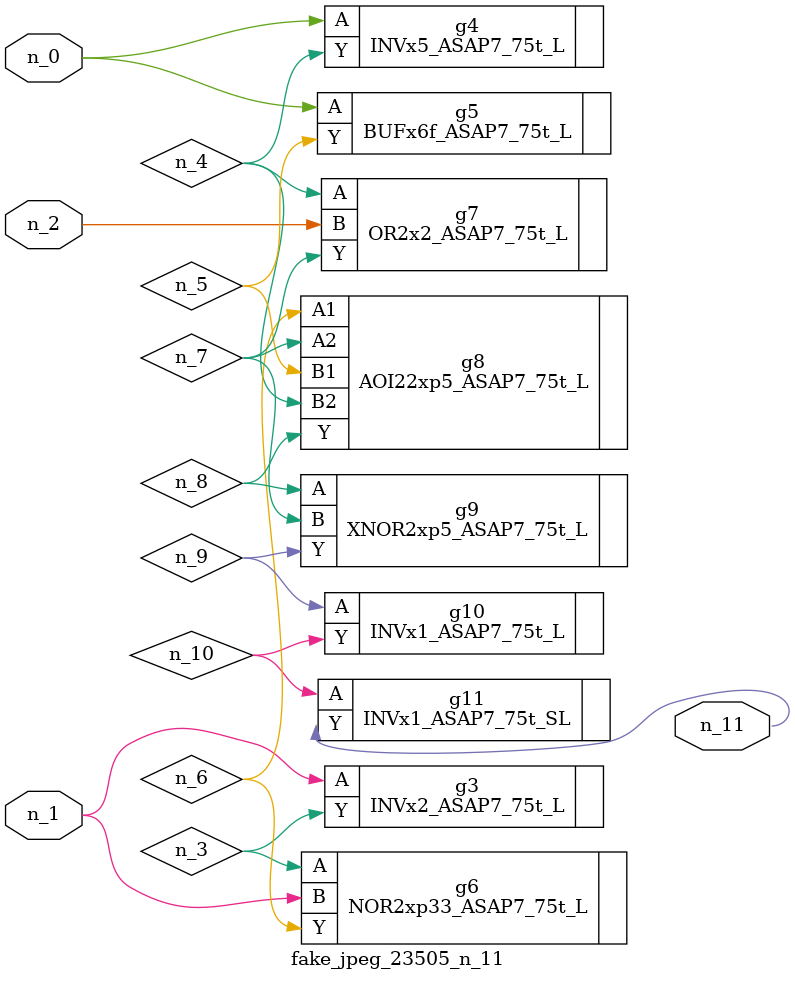
<source format=v>
module fake_jpeg_23505_n_11 (n_0, n_2, n_1, n_11);

input n_0;
input n_2;
input n_1;

output n_11;

wire n_3;
wire n_10;
wire n_4;
wire n_8;
wire n_9;
wire n_6;
wire n_5;
wire n_7;

INVx2_ASAP7_75t_L g3 ( 
.A(n_1),
.Y(n_3)
);

INVx5_ASAP7_75t_L g4 ( 
.A(n_0),
.Y(n_4)
);

BUFx6f_ASAP7_75t_L g5 ( 
.A(n_0),
.Y(n_5)
);

NOR2xp33_ASAP7_75t_L g6 ( 
.A(n_3),
.B(n_1),
.Y(n_6)
);

AOI22xp5_ASAP7_75t_L g8 ( 
.A1(n_6),
.A2(n_7),
.B1(n_5),
.B2(n_4),
.Y(n_8)
);

OR2x2_ASAP7_75t_L g7 ( 
.A(n_4),
.B(n_2),
.Y(n_7)
);

XNOR2xp5_ASAP7_75t_L g9 ( 
.A(n_8),
.B(n_7),
.Y(n_9)
);

INVx1_ASAP7_75t_L g10 ( 
.A(n_9),
.Y(n_10)
);

INVx1_ASAP7_75t_SL g11 ( 
.A(n_10),
.Y(n_11)
);


endmodule
</source>
